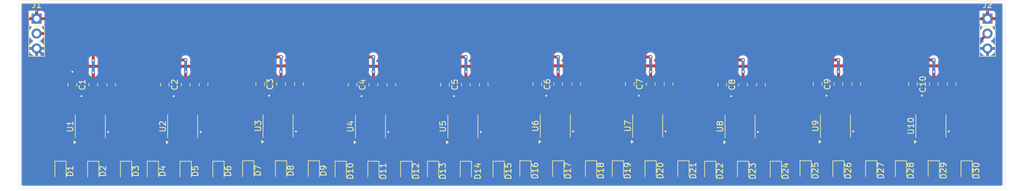
<source format=kicad_pcb>
(kicad_pcb (version 20240108) (generator "pcbnew") (generator_version "8.0")
  (layers (0 "F.Cu" signal) (31 "B.Cu" signal) (34 "B.Paste" user) (35 "F.Paste" user) (36 "B.SilkS" user "B.Silkscreen") (37 "F.SilkS" user "F.Silkscreen") (38 "B.Mask" user) (39 "F.Mask" user) (44 "Edge.Cuts" user))
  (net 0 "")
  (net 1 "/ws2811/DIN")
  (net 2 "/ws2811/DOUT")
  (net 3 "GND")
  (net 4 "VDD")
  (net 5 "Net-(U2-VDD)")
  (net 6 "Net-(D4-K)")
  (net 7 "Net-(D5-K)")
  (net 8 "Net-(D6-K)")
  (net 9 "Net-(U2-DIN)")
  (net 10 "/ws2812/DOUT")
  (net 12 "Net-(U1-VDD)")
  (net 13 "Net-(D1-K)")
  (net 14 "Net-(D2-K)")
  (net 15 "Net-(D3-K)")
  (net 16 "Net-(U1-DIN)")
  (net 18 "Net-(U3-VDD)")
  (net 19 "Net-(D7-K)")
  (net 20 "Net-(D8-K)")
  (net 21 "Net-(D9-K)")
  (net 22 "Net-(U3-DIN)")
  (net 24 "/ws2813/DOUT")
  (net 25 "Net-(U4-VDD)")
  (net 26 "Net-(U5-VDD)")
  (net 27 "Net-(D10-K)")
  (net 28 "Net-(D11-K)")
  (net 29 "Net-(D12-K)")
  (net 30 "Net-(D13-K)")
  (net 31 "Net-(D14-K)")
  (net 32 "Net-(D15-K)")
  (net 33 "Net-(U4-DIN)")
  (net 34 "Net-(U5-DIN)")
  (net 36 "/ws2814/DOUT")
  (net 38 "/ws2815/DOUT")
  (net 39 "Net-(U6-VDD)")
  (net 40 "Net-(U7-VDD)")
  (net 41 "Net-(U8-VDD)")
  (net 42 "Net-(D16-K)")
  (net 43 "Net-(D17-K)")
  (net 44 "Net-(D18-K)")
  (net 45 "Net-(D19-K)")
  (net 46 "Net-(D20-K)")
  (net 47 "Net-(D21-K)")
  (net 48 "Net-(D22-K)")
  (net 49 "Net-(D23-K)")
  (net 50 "Net-(D24-K)")
  (net 51 "Net-(U6-DIN)")
  (net 52 "Net-(U7-DIN)")
  (net 53 "Net-(U8-DIN)")
  (net 55 "/ws2816/DOUT")
  (net 57 "/ws2817/DOUT")
  (net 58 "/ws2818/DOUT")
  (net 60 "Net-(U9-VDD)")
  (net 61 "Net-(U10-VDD)")
  (net 62 "Net-(D25-K)")
  (net 63 "Net-(D26-K)")
  (net 64 "Net-(D27-K)")
  (net 65 "Net-(D28-K)")
  (net 66 "Net-(D29-K)")
  (net 67 "Net-(D30-K)")
  (net 68 "Net-(U9-DIN)")
  (net 69 "Net-(U10-DIN)")
  (net 71 "/ws2819/DOUT")
  (net 73 "/ws2820/DOUT")
  (footprint "Resistor_SMD:R_0805_2012Metric" (layer "F.Cu") (at 195.072 88.549 90)
    (property "Reference" "R16" (hide yes))
    (property "Value" "100R")
  )
  (footprint "LED_SMD:LED_0805_2012Metric" (layer "F.Cu") (at 123.444 103.281 -90)
    (property "Reference" "D10")
    (property "Value" "LED")
  )
  (footprint "Resistor_SMD:R_0805_2012Metric" (layer "F.Cu") (at 147.828 88.549 90)
    (property "Reference" "R10" (hide yes))
    (property "Value" "100R")
  )
  (footprint "LED_SMD:LED_0805_2012Metric" (layer "F.Cu") (at 129.032 103.281 -90)
    (property "Reference" "D11")
    (property "Value" "LED")
  )
  (footprint "Resistor_SMD:R_0805_2012Metric" (layer "F.Cu") (at 84.328 88.549 90)
    (property "Reference" "R2" (hide yes))
    (property "Value" "100R")
  )
  (footprint "Capacitor_SMD:C_0805_2012Metric" (layer "F.Cu") (at 109.728 88.4705 -90)
    (property "Reference" "C3")
    (property "Value" ".1uF")
  )
  (footprint "Resistor_SMD:R_0805_2012Metric" (layer "F.Cu") (at 176.276 88.4705 -90)
    (property "Reference" "R13" (hide yes))
    (property "Value" "33	R")
  )
  (footprint "LED_SMD:LED_0805_2012Metric" (layer "F.Cu") (at 154.94 103.2025 -90)
    (property "Reference" "D16")
    (property "Value" "LED")
  )
  (footprint "Capacitor_SMD:C_0805_2012Metric" (layer "F.Cu") (at 93.472 88.549 -90)
    (property "Reference" "C2")
    (property "Value" ".1uF")
  )
  (footprint "LED_SMD:LED_0805_2012Metric" (layer "F.Cu") (at 81.28 103.281 -90)
    (property "Reference" "D2")
    (property "Value" "LED")
  )
  (footprint "Package_SO:SOP-8_3.9x4.9mm_P1.27mm" (layer "F.Cu") (at 175.768 95.5825 90)
    (property "Reference" "U7")
    (property "Value" "WS2811")
  )
  (footprint "Resistor_SMD:R_0805_2012Metric" (layer "F.Cu") (at 208.28 88.4705 -90)
    (property "Reference" "R17" (hide yes))
    (property "Value" "33	R")
  )
  (footprint "LED_SMD:LED_0805_2012Metric" (layer "F.Cu") (at 181.864 103.2025 -90)
    (property "Reference" "D21")
    (property "Value" "LED")
  )
  (footprint "LED_SMD:LED_0805_2012Metric" (layer "F.Cu") (at 144.78 103.281 -90)
    (property "Reference" "D14")
    (property "Value" "LED")
  )
  (footprint "Resistor_SMD:R_0805_2012Metric" (layer "F.Cu") (at 192.024 88.549 -90)
    (property "Reference" "R15" (hide yes))
    (property "Value" "33	R")
  )
  (footprint "LED_SMD:LED_0805_2012Metric" (layer "F.Cu") (at 166.116 103.2025 -90)
    (property "Reference" "D18")
    (property "Value" "LED")
  )
  (footprint "LED_SMD:LED_0805_2012Metric" (layer "F.Cu") (at 118.872 103.2025 -90)
    (property "Reference" "D9")
    (property "Value" "LED")
  )
  (footprint "Resistor_SMD:R_0805_2012Metric" (layer "F.Cu") (at 97.028 88.549 -90)
    (property "Reference" "R3" (hide yes))
    (property "Value" "33	R")
  )
  (footprint "Connector_PinHeader_2.54mm:PinHeader_1x03_P2.54mm_Vertical" (layer "F.Cu") (at 71.628 77.2945)
    (property "Reference" "J1")
    (property "Value" "Conn_01x03_Pin")
  )
  (footprint "Resistor_SMD:R_0805_2012Metric" (layer "F.Cu") (at 113.284 88.4705 -90)
    (property "Reference" "R5" (hide yes))
    (property "Value" "33	R")
  )
  (footprint "Package_SO:SOP-8_3.9x4.9mm_P1.27mm" (layer "F.Cu") (at 80.772 95.661 90)
    (property "Reference" "U1")
    (property "Value" "WS2811")
  )
  (footprint "Package_SO:SOP-8_3.9x4.9mm_P1.27mm" (layer "F.Cu") (at 207.772 95.5825 90)
    (property "Reference" "U9")
    (property "Value" "WS2811")
  )
  (footprint "Resistor_SMD:R_0805_2012Metric" (layer "F.Cu") (at 160.528 88.4705 -90)
    (property "Reference" "R11" (hide yes))
    (property "Value" "33	R")
  )
  (footprint "LED_SMD:LED_0805_2012Metric" (layer "F.Cu") (at 160.528 103.2025 -90)
    (property "Reference" "D17")
    (property "Value" "LED")
  )
  (footprint "LED_SMD:LED_0805_2012Metric" (layer "F.Cu") (at 213.868 103.2025 -90)
    (property "Reference" "D27")
    (property "Value" "LED")
  )
  (footprint "Resistor_SMD:R_0805_2012Metric" (layer "F.Cu") (at 144.78 88.549 -90)
    (property "Reference" "R9" (hide yes))
    (property "Value" "33	R")
  )
  (footprint "LED_SMD:LED_0805_2012Metric" (layer "F.Cu") (at 86.868 103.281 -90)
    (property "Reference" "D3")
    (property "Value" "LED")
  )
  (footprint "LED_SMD:LED_0805_2012Metric" (layer "F.Cu") (at 202.692 103.2025 -90)
    (property "Reference" "D25")
    (property "Value" "LED")
  )
  (footprint "Resistor_SMD:R_0805_2012Metric" (layer "F.Cu") (at 100.076 88.549 90)
    (property "Reference" "R4" (hide yes))
    (property "Value" "100R")
  )
  (footprint "Resistor_SMD:R_0805_2012Metric" (layer "F.Cu") (at 81.28 88.549 -90)
    (property "Reference" "R1" (hide yes))
    (property "Value" "33	R")
  )
  (footprint "Package_SO:SOP-8_3.9x4.9mm_P1.27mm" (layer "F.Cu") (at 96.52 95.661 90)
    (property "Reference" "U2")
    (property "Value" "WS2811")
  )
  (footprint "Capacitor_SMD:C_0805_2012Metric" (layer "F.Cu") (at 156.972 88.4705 -90)
    (property "Reference" "C6")
    (property "Value" ".1uF")
  )
  (footprint "LED_SMD:LED_0805_2012Metric" (layer "F.Cu") (at 197.612 103.281 -90)
    (property "Reference" "D24")
    (property "Value" "LED")
  )
  (footprint "LED_SMD:LED_0805_2012Metric" (layer "F.Cu") (at 170.688 103.2025 -90)
    (property "Reference" "D19")
    (property "Value" "LED")
  )
  (footprint "LED_SMD:LED_0805_2012Metric" (layer "F.Cu") (at 75.692 103.281 -90)
    (property "Reference" "D1")
    (property "Value" "LED")
  )
  (footprint "LED_SMD:LED_0805_2012Metric" (layer "F.Cu") (at 107.696 103.2025 -90)
    (property "Reference" "D7")
    (property "Value" "LED")
  )
  (footprint "Resistor_SMD:R_0805_2012Metric" (layer "F.Cu") (at 224.536 88.4705 -90)
    (property "Reference" "R19" (hide yes))
    (property "Value" "33	R")
  )
  (footprint "LED_SMD:LED_0805_2012Metric" (layer "F.Cu") (at 192.024 103.281 -90)
    (property "Reference" "D23")
    (property "Value" "LED")
  )
  (footprint "Capacitor_SMD:C_0805_2012Metric" (layer "F.Cu") (at 141.224 88.549 -90)
    (property "Reference" "C5")
    (property "Value" ".1uF")
  )
  (footprint "Package_SO:SOP-8_3.9x4.9mm_P1.27mm" (layer "F.Cu") (at 144.272 95.661 90)
    (property "Reference" "U5")
    (property "Value" "WS2811")
  )
  (footprint "Resistor_SMD:R_0805_2012Metric" (layer "F.Cu") (at 129.032 88.549 -90)
    (property "Reference" "R7" (hide yes))
    (property "Value" "33	R")
  )
  (footprint "Package_SO:SOP-8_3.9x4.9mm_P1.27mm" (layer "F.Cu") (at 128.524 95.661 90)
    (property "Reference" "U4")
    (property "Value" "WS2811")
  )
  (footprint "Package_SO:SOP-8_3.9x4.9mm_P1.27mm" (layer "F.Cu") (at 224.028 95.5825 90)
    (property "Reference" "U10")
    (property "Value" "WS2811")
  )
  (footprint "LED_SMD:LED_0805_2012Metric" (layer "F.Cu") (at 230.124 103.2025 -90)
    (property "Reference" "D30")
    (property "Value" "LED")
  )
  (footprint "LED_SMD:LED_0805_2012Metric" (layer "F.Cu") (at 208.28 103.2025 -90)
    (property "Reference" "D26")
    (property "Value" "LED")
  )
  (footprint "Package_SO:SOP-8_3.9x4.9mm_P1.27mm" (layer "F.Cu") (at 112.776 95.5825 90)
    (property "Reference" "U3")
    (property "Value" "WS2811")
  )
  (footprint "LED_SMD:LED_0805_2012Metric" (layer "F.Cu") (at 134.62 103.281 -90)
    (property "Reference" "D12")
    (property "Value" "LED")
  )
  (footprint "Resistor_SMD:R_0805_2012Metric" (layer "F.Cu") (at 227.584 88.4705 90)
    (property "Reference" "R20" (hide yes))
    (property "Value" "100R")
  )
  (footprint "Capacitor_SMD:C_0805_2012Metric" (layer "F.Cu") (at 125.476 88.549 -90)
    (property "Reference" "C4")
    (property "Value" ".1uF")
  )
  (footprint "Resistor_SMD:R_0805_2012Metric" (layer "F.Cu") (at 211.328 88.4705 90)
    (property "Reference" "R18" (hide yes))
    (property "Value" "100R")
  )
  (footprint "Capacitor_SMD:C_0805_2012Metric" (layer "F.Cu") (at 77.724 88.549 -90)
    (property "Reference" "C1")
    (property "Value" ".1uF")
  )
  (footprint "Capacitor_SMD:C_0805_2012Metric" (layer "F.Cu") (at 204.724 88.4705 -90)
    (property "Reference" "C9")
    (property "Value" ".1uF")
  )
  (footprint "LED_SMD:LED_0805_2012Metric" (layer "F.Cu") (at 150.368 103.281 -90)
    (property "Reference" "D15")
    (property "Value" "LED")
  )
  (footprint "LED_SMD:LED_0805_2012Metric" (layer "F.Cu") (at 97.028 103.281 -90)
    (property "Reference" "D5")
    (property "Value" "LED")
  )
  (footprint "Resistor_SMD:R_0805_2012Metric" (layer "F.Cu") (at 163.576 88.4705 90)
    (property "Reference" "R12" (hide yes))
    (property "Value" "100R")
  )
  (footprint "Resistor_SMD:R_0805_2012Metric" (layer "F.Cu") (at 179.324 88.4705 90)
    (property "Reference" "R14" (hide yes))
    (property "Value" "100R")
  )
  (footprint "LED_SMD:LED_0805_2012Metric" (layer "F.Cu") (at 176.276 103.2025 -90)
    (property "Reference" "D20")
    (property "Value" "LED")
  )
  (footprint "LED_SMD:LED_0805_2012Metric" (layer "F.Cu") (at 102.616 103.281 -90)
    (property "Reference" "D6")
    (property "Value" "LED")
  )
  (footprint "LED_SMD:LED_0805_2012Metric" (layer "F.Cu") (at 218.948 103.2025 -90)
    (property "Reference" "D28")
    (property "Value" "LED")
  )
  (footprint "LED_SMD:LED_0805_2012Metric" (layer "F.Cu") (at 186.436 103.281 -90)
    (property "Reference" "D22")
    (property "Value" "LED")
  )
  (footprint "Capacitor_SMD:C_0805_2012Metric" (layer "F.Cu") (at 220.98 88.4705 -90)
    (property "Reference" "C10")
    (property "Value" ".1uF")
  )
  (footprint "Package_SO:SOP-8_3.9x4.9mm_P1.27mm" (layer "F.Cu") (at 191.516 95.661 90)
    (property "Reference" "U8")
    (property "Value" "WS2811")
  )
  (footprint "LED_SMD:LED_0805_2012Metric" (layer "F.Cu") (at 224.536 103.2025 -90)
    (property "Reference" "D29")
    (property "Value" "LED")
  )
  (footprint "LED_SMD:LED_0805_2012Metric" (layer "F.Cu") (at 91.44 103.281 -90)
    (property "Reference" "D4")
    (property "Value" "LED")
  )
  (footprint "Resistor_SMD:R_0805_2012Metric" (layer "F.Cu") (at 116.332 88.4705 90)
    (property "Reference" "R6" (hide yes))
    (property "Value" "100R")
  )
  (footprint "Capacitor_SMD:C_0805_2012Metric" (layer "F.Cu") (at 172.72 88.4705 -90)
    (property "Reference" "C7")
    (property "Value" ".1uF")
  )
  (footprint "Capacitor_SMD:C_0805_2012Metric" (layer "F.Cu") (at 188.468 88.549 -90)
    (property "Reference" "C8")
    (property "Value" ".1uF")
  )
  (footprint "Connector_PinHeader_2.54mm:PinHeader_1x03_P2.54mm_Vertical" (layer "F.Cu") (at 233.68 77.2945)
    (property "Reference" "J2")
    (property "Value" "Conn_01x03_Pin")
  )
  (footprint "Package_SO:SOP-8_3.9x4.9mm_P1.27mm" (layer "F.Cu") (at 160.02 95.5825 90)
    (property "Reference" "U6")
    (property "Value" "WS2811")
  )
  (footprint "LED_SMD:LED_0805_2012Metric" (layer "F.Cu") (at 139.192 103.281 -90)
    (property "Reference" "D13")
    (property "Value" "LED")
  )
  (footprint "LED_SMD:LED_0805_2012Metric" (layer "F.Cu") (at 113.284 103.2025 -90)
    (property "Reference" "D8")
    (property "Value" "LED")
  )
  (footprint "Resistor_SMD:R_0805_2012Metric" (layer "F.Cu") (at 132.08 88.549 90)
    (property "Reference" "R8" (hide yes))
    (property "Value" "100R")
  )
  (gr_rect (start 68.58 74.2465) (end 236.728 106.2505) (stroke (width 0.05)) (fill none) (layer "Edge.Cuts"))
  (segment (start 81.28 87.6365) (end 81.28 86.4385) (width 0.5) (layer "F.Cu") (net 1))
  (segment (start 71.628 79.8345) (end 74.168 79.8345) (width 0.5) (layer "F.Cu") (net 1))
  (segment (start 77.216 82.8825) (end 81.28 82.8825) (width 0.5) (layer "F.Cu") (net 1))
  (segment (start 81.28 82.8825) (end 81.28 84.4065) (width 0.5) (layer "F.Cu") (net 1))
  (segment (start 74.168 79.8345) (end 77.216 82.8825) (width 0.5) (layer "F.Cu") (net 1))
  (via (at 81.28 86.4385) (size 0.6) (drill 0.3) (layers "F.Cu" "B.Cu") (net 1))
  (via (at 81.28 84.4065) (size 0.6) (drill 0.3) (layers "F.Cu" "B.Cu") (net 1))
  (segment (start 81.28 86.4385) (end 81.28 84.4065) (width 0.5) (layer "B.Cu") (net 1))
  (segment (start 83.257 92.456) (end 87.884 92.456) (width 0.5) (layer "F.Cu") (net 2))
  (segment (start 87.884 87.376) (end 88.392 86.868) (width 0.5) (layer "F.Cu") (net 2))
  (segment (start 90.932 84.328) (end 97.028 84.328) (width 0.5) (layer "F.Cu") (net 2))
  (segment (start 97.028 86.36) (end 97.028 87.6365) (width 0.5) (layer "F.Cu") (net 2))
  (segment (start 88.392 86.868) (end 90.932 84.328) (width 0.5) (layer "F.Cu") (net 2))
  (segment (start 82.677 93.036) (end 83.257 92.456) (width 0.5) (layer "F.Cu") (net 2))
  (segment (start 87.884 92.456) (end 87.884 87.376) (width 0.5) (layer "F.Cu") (net 2))
  (via (at 97.028 84.328) (size 0.6) (drill 0.3) (layers "F.Cu" "B.Cu") (net 2))
  (via (at 97.028 86.36) (size 0.6) (drill 0.3) (layers "F.Cu" "B.Cu") (net 2))
  (segment (start 97.028 84.328) (end 97.028 86.36) (width 0.5) (layer "B.Cu") (net 2))
  (segment (start 205.8845 87.5205) (end 206.248 87.884) (width 0.5) (layer "F.Cu") (net 3))
  (segment (start 177.673 98.2075) (end 178.816004 97.064496) (width 0.5) (layer "F.Cu") (net 3))
  (segment (start 83.820004 97.142996) (end 83.820004 96.5985) (width 0.5) (layer "F.Cu") (net 3))
  (segment (start 225.933 98.2075) (end 227.076004 97.064496) (width 0.5) (layer "F.Cu") (net 3))
  (segment (start 114.681 98.2075) (end 115.824004 97.064496) (width 0.5) (layer "F.Cu") (net 3))
  (segment (start 158.1325 87.5205) (end 158.496 87.884) (width 0.5) (layer "F.Cu") (net 3))
  (segment (start 127 87.9625) (end 127 90.5025) (width 0.5) (layer "F.Cu") (net 3))
  (segment (start 131.572004 97.142996) (end 131.572004 96.5985) (width 0.5) (layer "F.Cu") (net 3))
  (segment (start 163.068004 97.064496) (end 163.068004 96.52) (width 0.5) (layer "F.Cu") (net 3))
  (segment (start 99.568004 97.142996) (end 99.568004 96.5985) (width 0.5) (layer "F.Cu") (net 3))
  (segment (start 209.677 98.2075) (end 210.820004 97.064496) (width 0.5) (layer "F.Cu") (net 3))
  (segment (start 172.72 87.5205) (end 173.8805 87.5205) (width 0.5) (layer "F.Cu") (net 3))
  (segment (start 173.8805 87.5205) (end 174.244 87.884) (width 0.5) (layer "F.Cu") (net 3))
  (segment (start 146.177 98.286) (end 147.320004 97.142996) (width 0.5) (layer "F.Cu") (net 3))
  (segment (start 125.476 87.599) (end 126.6365 87.599) (width 0.5) (layer "F.Cu") (net 3))
  (segment (start 93.472 87.599) (end 94.6325 87.599) (width 0.5) (layer "F.Cu") (net 3))
  (segment (start 189.992 87.9625) (end 189.992 90.5025) (width 0.5) (layer "F.Cu") (net 3))
  (segment (start 109.728 87.5205) (end 110.8885 87.5205) (width 0.5) (layer "F.Cu") (net 3))
  (segment (start 94.6325 87.599) (end 94.996 87.9625) (width 0.5) (layer "F.Cu") (net 3))
  (segment (start 210.820004 97.064496) (end 210.820004 96.52) (width 0.5) (layer "F.Cu") (net 3))
  (segment (start 189.6285 87.599) (end 189.992 87.9625) (width 0.5) (layer "F.Cu") (net 3))
  (segment (start 227.076004 97.064496) (end 227.076004 96.52) (width 0.5) (layer "F.Cu") (net 3))
  (segment (start 130.429 98.286) (end 131.572004 97.142996) (width 0.5) (layer "F.Cu") (net 3))
  (segment (start 77.724 87.599) (end 77.724 86.36) (width 0.5) (layer "F.Cu") (net 3))
  (segment (start 142.3845 87.599) (end 142.748 87.9625) (width 0.5) (layer "F.Cu") (net 3))
  (segment (start 77.724 87.599) (end 78.8845 87.599) (width 0.5) (layer "F.Cu") (net 3))
  (segment (start 98.425 98.286) (end 99.568004 97.142996) (width 0.5) (layer "F.Cu") (net 3))
  (segment (start 222.1405 87.5205) (end 222.504 87.884) (width 0.5) (layer "F.Cu") (net 3))
  (segment (start 94.996 87.9625) (end 94.996 90.5025) (width 0.5) (layer "F.Cu") (net 3))
  (segment (start 220.98 87.5205) (end 222.1405 87.5205) (width 0.5) (layer "F.Cu") (net 3))
  (segment (start 111.252 87.884) (end 111.252 90.424) (width 0.5) (layer "F.Cu") (net 3))
  (segment (start 115.824004 97.064496) (end 115.824004 96.52) (width 0.5) (layer "F.Cu") (net 3))
  (segment (start 222.504 87.884) (end 222.504 90.424) (width 0.5) (layer "F.Cu") (net 3))
  (segment (start 78.8845 87.599) (end 79.248 87.9625) (width 0.5) (layer "F.Cu") (net 3))
  (segment (start 178.816004 97.064496) (end 178.816004 96.52) (width 0.5) (layer "F.Cu") (net 3))
  (segment (start 204.724 87.5205) (end 205.8845 87.5205) (width 0.5) (layer "F.Cu") (net 3))
  (segment (start 193.421 98.286) (end 194.564004 97.142996) (width 0.5) (layer "F.Cu") (net 3))
  (segment (start 156.972 87.5205) (end 158.1325 87.5205) (width 0.5) (layer "F.Cu") (net 3))
  (segment (start 158.496 87.884) (end 158.496 90.424) (width 0.5) (layer "F.Cu") (net 3))
  (segment (start 126.6365 87.599) (end 127 87.9625) (width 0.5) (layer "F.Cu") (net 3))
  (segment (start 206.248 87.884) (end 206.248 90.424) (width 0.5) (layer "F.Cu") (net 3))
  (segment (start 188.468 87.599) (end 189.6285 87.599) (width 0.5) (layer "F.Cu") (net 3))
  (segment (start 141.224 87.599) (end 142.3845 87.599) (width 0.5) (layer "F.Cu") (net 3))
  (segment (start 147.320004 97.142996) (end 147.320004 96.5985) (width 0.5) (layer "F.Cu") (net 3))
  (segment (start 194.564004 97.142996) (end 194.564004 96.5985) (width 0.5) (layer "F.Cu") (net 3))
  (segment (start 161.925 98.2075) (end 163.068004 97.064496) (width 0.5) (layer "F.Cu") (net 3))
  (segment (start 174.244 87.884) (end 174.244 90.424) (width 0.5) (layer "F.Cu") (net 3))
  (segment (start 82.677 98.286) (end 83.820004 97.142996) (width 0.5) (layer "F.Cu") (net 3))
  (segment (start 79.248 87.9625) (end 79.248 90.5025) (width 0.5) (layer "F.Cu") (net 3))
  (segment (start 142.748 87.9625) (end 142.748 90.5025) (width 0.5) (layer "F.Cu") (net 3))
  (segment (start 110.8885 87.5205) (end 111.252 87.884) (width 0.5) (layer "F.Cu") (net 3))
  (via (at 178.816004 96.52) (size 0.6) (drill 0.3) (layers "F.Cu" "B.Cu") (net 3))
  (via (at 142.748 90.5025) (size 0.6) (drill 0.3) (layers "F.Cu" "B.Cu") (net 3))
  (via (at 115.824004 96.52) (size 0.6) (drill 0.3) (layers "F.Cu" "B.Cu") (net 3))
  (via (at 127 90.5025) (size 0.6) (drill 0.3) (layers "F.Cu" "B.Cu") (net 3))
  (via (at 131.572004 96.5985) (size 0.6) (drill 0.3) (layers "F.Cu" "B.Cu") (net 3))
  (via (at 111.252 90.424) (size 0.6) (drill 0.3) (layers "F.Cu" "B.Cu") (net 3))
  (via (at 158.496 90.424) (size 0.6) (drill 0.3) (layers "F.Cu" "B.Cu") (net 3))
  (via (at 174.244 90.424) (size 0.6) (drill 0.3) (layers "F.Cu" "B.Cu") (net 3))
  (via (at 147.320004 96.5985) (size 0.6) (drill 0.3) (layers "F.Cu" "B.Cu") (net 3))
  (via (at 194.564004 96.5985) (size 0.6) (drill 0.3) (layers "F.Cu" "B.Cu") (net 3))
  (via (at 94.996 90.5025) (size 0.6) (drill 0.3) (layers "F.Cu" "B.Cu") (net 3))
  (via (at 222.504 90.424) (size 0.6) (drill 0.3) (layers "F.Cu" "B.Cu") (net 3))
  (via (at 99.568004 96.5985) (size 0.6) (drill 0.3) (layers "F.Cu" "B.Cu") (net 3))
  (via (at 189.992 90.5025) (size 0.6) (drill 0.3) (layers "F.Cu" "B.Cu") (net 3))
  (via (at 79.248 90.5025) (size 0.6) (drill 0.3) (layers "F.Cu" "B.Cu") (net 3))
  (via (at 77.724 86.36) (size 0.6) (drill 0.3) (layers "F.Cu" "B.Cu") (net 3))
  (via (at 163.068004 96.52) (size 0.6) (drill 0.3) (layers "F.Cu" "B.Cu") (net 3))
  (via (at 210.820004 96.52) (size 0.6) (drill 0.3) (layers "F.Cu" "B.Cu") (net 3))
  (via (at 227.076004 96.52) (size 0.6) (drill 0.3) (layers "F.Cu" "B.Cu") (net 3))
  (via (at 206.248 90.424) (size 0.6) (drill 0.3) (layers "F.Cu" "B.Cu") (net 3))
  (via (at 83.820004 96.5985) (size 0.6) (drill 0.3) (layers "F.Cu" "B.Cu") (net 3))
  (segment (start 79.248 91.5185) (end 83.820004 96.090504) (width 0.5) (layer "B.Cu") (net 3))
  (segment (start 142.748 91.5185) (end 147.320004 96.090504) (width 0.5) (layer "B.Cu") (net 3))
  (segment (start 83.820004 96.090504) (end 83.820004 96.5985) (width 0.5) (layer "B.Cu") (net 3))
  (segment (start 158.496 91.44) (end 163.068004 96.012004) (width 0.5) (layer "B.Cu") (net 3))
  (segment (start 99.568004 96.090504) (end 99.568004 96.5985) (width 0.5) (layer "B.Cu") (net 3))
  (segment (start 115.824004 96.012004) (end 115.824004 96.52) (width 0.5) (layer "B.Cu") (net 3))
  (segment (start 77.724 86.36) (end 73.152 86.36) (width 0.5) (layer "B.Cu") (net 3))
  (segment (start 206.248 91.44) (end 210.820004 96.012004) (width 0.5) (layer "B.Cu") (net 3))
  (segment (start 131.572004 96.090504) (end 131.572004 96.5985) (width 0.5) (layer "B.Cu") (net 3))
  (segment (start 210.820004 96.012004) (end 210.820004 96.52) (width 0.5) (layer "B.Cu") (net 3))
  (segment (start 72.644 85.852) (end 72.644 83.3905) (width 0.5) (layer "B.Cu") (net 3))
  (segment (start 189.992 90.5025) (end 189.992 91.5185) (width 0.5) (layer "B.Cu") (net 3))
  (segment (start 178.816004 96.012004) (end 178.816004 96.52) (width 0.5) (layer "B.Cu") (net 3))
  (segment (start 94.996 91.5185) (end 99.568004 96.090504) (width 0.5) (layer "B.Cu") (net 3))
  (segment (start 222.504 91.44) (end 227.076004 96.012004) (width 0.5) (layer "B.Cu") (net 3))
  (segment (start 127 91.5185) (end 131.572004 96.090504) (width 0.5) (layer "B.Cu") (net 3))
  (segment (start 206.248 90.424) (end 206.248 91.44) (width 0.5) (layer "B.Cu") (net 3))
  (segment (start 127 90.5025) (end 127 91.5185) (width 0.5) (layer "B.Cu") (net 3))
  (segment (start 79.248 90.5025) (end 79.248 91.5185) (width 0.5) (layer "B.Cu") (net 3))
  (segment (start 174.244 90.424) (end 174.244 91.44) (width 0.5) (layer "B.Cu") (net 3))
  (segment (start 158.496 90.424) (end 158.496 91.44) (width 0.5) (layer "B.Cu") (net 3))
  (segment (start 147.320004 96.090504) (end 147.320004 96.5985) (width 0.5) (layer "B.Cu") (net 3))
  (segment (start 189.992 91.5185) (end 194.564004 96.090504) (width 0.5) (layer "B.Cu") (net 3))
  (segment (start 194.564004 96.090504) (end 194.564004 96.5985) (width 0.5) (layer "B.Cu") (net 3))
  (segment (start 163.068004 96.012004) (end 163.068004 96.52) (width 0.5) (layer "B.Cu") (net 3))
  (segment (start 227.076004 96.012004) (end 227.076004 96.52) (width 0.5) (layer "B.Cu") (net 3))
  (segment (start 222.504 90.424) (end 222.504 91.44) (width 0.5) (layer "B.Cu") (net 3))
  (segment (start 72.644 83.3905) (end 71.628 82.3745) (width 0.5) (layer "B.Cu") (net 3))
  (segment (start 174.244 91.44) (end 178.816004 96.012004) (width 0.5) (layer "B.Cu") (net 3))
  (segment (start 111.252 91.44) (end 115.824004 96.012004) (width 0.5) (layer "B.Cu") (net 3))
  (segment (start 111.252 90.424) (end 111.252 91.44) (width 0.5) (layer "B.Cu") (net 3))
  (segment (start 73.152 86.36) (end 72.644 85.852) (width 0.5) (layer "B.Cu") (net 3))
  (segment (start 94.996 90.5025) (end 94.996 91.5185) (width 0.5) (layer "B.Cu") (net 3))
  (segment (start 142.748 90.5025) (end 142.748 91.5185) (width 0.5) (layer "B.Cu") (net 3))
  (segment (start 97.862 85.4225) (end 92.456 85.4225) (width 0.5) (layer "F.Cu") (net 5))
  (segment (start 94.615 93.036) (end 93.472 91.893) (width 0.5) (layer "F.Cu") (net 5))
  (segment (start 90.932 88.4705) (end 91.9605 89.499) (width 0.5) (layer "F.Cu") (net 5))
  (segment (start 100.076 87.6365) (end 97.862 85.4225) (width 0.5) (layer "F.Cu") (net 5))
  (segment (start 92.456 85.4225) (end 90.932 86.9465) (width 0.5) (layer "F.Cu") (net 5))
  (segment (start 90.932 86.9465) (end 90.932 88.4705) (width 0.5) (layer "F.Cu") (net 5))
  (segment (start 93.472 91.893) (end 93.472 89.499) (width 0.5) (layer "F.Cu") (net 5))
  (segment (start 91.9605 89.499) (end 93.472 89.499) (width 0.5) (layer "F.Cu") (net 5))
  (segment (start 91.44 102.3435) (end 94.615 99.1685) (width 0.5) (layer "F.Cu") (net 6))
  (segment (start 94.615 99.1685) (end 94.615 98.286) (width 0.5) (layer "F.Cu") (net 6))
  (segment (start 97.028 102.3435) (end 95.885 101.2005) (width 0.5) (layer "F.Cu") (net 7))
  (segment (start 95.885 101.2005) (end 95.885 98.286) (width 0.5) (layer "F.Cu") (net 7))
  (segment (start 102.616 102.3435) (end 100.387501 102.3435) (width 0.5) (layer "F.Cu") (net 8))
  (segment (start 100.387501 102.3435) (end 97.155 99.110999) (width 0.5) (layer "F.Cu") (net 8))
  (segment (start 97.155 99.110999) (end 97.155 98.286) (width 0.5) (layer "F.Cu") (net 8))
  (segment (start 97.028 89.4615) (end 97.028 92.909) (width 0.5) (layer "F.Cu") (net 9))
  (segment (start 97.028 92.909) (end 97.155 93.036) (width 0.5) (layer "F.Cu") (net 9))
  (segment (start 99.005 92.456) (end 103.632 92.456) (width 0.5) (layer "F.Cu") (net 10))
  (segment (start 103.632 88.392) (end 107.696 84.328) (width 0.5) (layer "F.Cu") (net 10))
  (segment (start 113.284 86.36) (end 113.284 87.558) (width 0.5) (layer "F.Cu") (net 10))
  (segment (start 103.632 92.456) (end 103.632 88.392) (width 0.5) (layer "F.Cu") (net 10))
  (segment (start 108.204 83.82) (end 113.284 83.82) (width 0.5) (layer "F.Cu") (net 10))
  (segment (start 107.696 84.328) (end 108.204 83.82) (width 0.5) (layer "F.Cu") (net 10))
  (segment (start 98.425 93.036) (end 99.005 92.456) (width 0.5) (layer "F.Cu") (net 10))
  (via (at 113.284 83.82) (size 0.6) (drill 0.3) (layers "F.Cu" "B.Cu") (net 10))
  (via (at 113.284 86.36) (size 0.6) (drill 0.3) (layers "F.Cu" "B.Cu") (net 10))
  (segment (start 113.284 83.82) (end 113.284 86.36) (width 0.5) (layer "B.Cu") (net 10))
  (segment (start 84.328 87.6365) (end 82.114 85.4225) (width 0.5) (layer "F.Cu") (net 12))
  (segment (start 78.867 93.036) (end 77.724 91.893) (width 0.5) (layer "F.Cu") (net 12))
  (segment (start 76.2125 89.499) (end 77.724 89.499) (width 0.5) (layer "F.Cu") (net 12))
  (segment (start 77.724 91.893) (end 77.724 89.499) (width 0.5) (layer "F.Cu") (net 12))
  (segment (start 75.184 88.4705) (end 76.2125 89.499) (width 0.5) (layer "F.Cu") (net 12))
  (segment (start 76.708 85.4225) (end 75.184 86.9465) (width 0.5) (layer "F.Cu") (net 12))
  (segment (start 75.184 86.9465) (end 75.184 88.4705) (width 0.5) (layer "F.Cu") (net 12))
  (segment (start 82.114 85.4225) (end 76.708 85.4225) (width 0.5) (layer "F.Cu") (net 12))
  (segment (start 78.867 99.1685) (end 78.867 98.286) (width 0.5) (layer "F.Cu") (net 13))
  (segment (start 75.692 102.3435) (end 78.867 99.1685) (width 0.5) (layer "F.Cu") (net 13))
  (segment (start 81.28 102.3435) (end 80.137 101.2005) (width 0.5) (layer "F.Cu") (net 14))
  (segment (start 80.137 101.2005) (end 80.137 98.286) (width 0.5) (layer "F.Cu") (net 14))
  (segment (start 86.868 102.3435) (end 84.639501 102.3435) (width 0.5) (layer "F.Cu") (net 15))
  (segment (start 84.639501 102.3435) (end 81.407 99.110999) (width 0.5) (layer "F.Cu") (net 15))
  (segment (start 81.407 99.110999) (end 81.407 98.286) (width 0.5) (layer "F.Cu") (net 15))
  (segment (start 81.28 92.909) (end 81.407 93.036) (width 0.5) (layer "F.Cu") (net 16))
  (segment (start 81.28 89.4615) (end 81.28 92.909) (width 0.5) (layer "F.Cu") (net 16))
  (segment (start 107.188 88.392) (end 108.2165 89.4205) (width 0.5) (layer "F.Cu") (net 18))
  (segment (start 108.2165 89.4205) (end 109.728 89.4205) (width 0.5) (layer "F.Cu") (net 18))
  (segment (start 108.712 85.344) (end 107.188 86.868) (width 0.5) (layer "F.Cu") (net 18))
  (segment (start 116.332 87.558) (end 114.118 85.344) (width 0.5) (layer "F.Cu") (net 18))
  (segment (start 109.728 91.8145) (end 109.728 89.4205) (width 0.5) (layer "F.Cu") (net 18))
  (segment (start 107.188 86.868) (end 107.188 88.392) (width 0.5) (layer "F.Cu") (net 18))
  (segment (start 110.871 92.9575) (end 109.728 91.8145) (width 0.5) (layer "F.Cu") (net 18))
  (segment (start 114.118 85.344) (end 108.712 85.344) (width 0.5) (layer "F.Cu") (net 18))
  (segment (start 110.871 99.09) (end 110.871 98.2075) (width 0.5) (layer "F.Cu") (net 19))
  (segment (start 107.696 102.265) (end 110.871 99.09) (width 0.5) (layer "F.Cu") (net 19))
  (segment (start 113.284 102.265) (end 112.141 101.122) (width 0.5) (layer "F.Cu") (net 20))
  (segment (start 112.141 101.122) (end 112.141 98.2075) (width 0.5) (layer "F.Cu") (net 20))
  (segment (start 118.872 102.265) (end 116.643501 102.265) (width 0.5) (layer "F.Cu") (net 21))
  (segment (start 113.411 99.032499) (end 113.411 98.2075) (width 0.5) (layer "F.Cu") (net 21))
  (segment (start 116.643501 102.265) (end 113.411 99.032499) (width 0.5) (layer "F.Cu") (net 21))
  (segment (start 113.284 89.383) (end 113.284 92.8305) (width 0.5) (layer "F.Cu") (net 22))
  (segment (start 113.284 92.8305) (end 113.411 92.9575) (width 0.5) (layer "F.Cu") (net 22))
  (segment (start 119.888 91.948) (end 119.888 88.392) (width 0.5) (layer "F.Cu") (net 24))
  (segment (start 124.46 83.82) (end 129.032 83.82) (width 0.5) (layer "F.Cu") (net 24))
  (segment (start 123.952 84.328) (end 124.46 83.82) (width 0.5) (layer "F.Cu") (net 24))
  (segment (start 114.681 92.9575) (end 115.6905 91.948) (width 0.5) (layer "F.Cu") (net 24))
  (segment (start 119.888 88.392) (end 123.952 84.328) (width 0.5) (layer "F.Cu") (net 24))
  (segment (start 115.6905 91.948) (end 119.888 91.948) (width 0.5) (layer "F.Cu") (net 24))
  (segment (start 129.032 86.36) (end 129.032 87.6365) (width 0.5) (layer "F.Cu") (net 24))
  (via (at 129.032 86.36) (size 0.6) (drill 0.3) (layers "F.Cu" "B.Cu") (net 24))
  (via (at 129.032 83.82) (size 0.6) (drill 0.3) (layers "F.Cu" "B.Cu") (net 24))
  (segment (start 129.032 83.82) (end 129.032 86.36) (width 0.5) (layer "B.Cu") (net 24))
  (segment (start 122.936 86.9465) (end 122.936 88.4705) (width 0.5) (layer "F.Cu") (net 25))
  (segment (start 123.9645 89.499) (end 125.476 89.499) (width 0.5) (layer "F.Cu") (net 25))
  (segment (start 124.46 85.4225) (end 122.936 86.9465) (width 0.5) (layer "F.Cu") (net 25))
  (segment (start 122.936 88.4705) (end 123.9645 89.499) (width 0.5) (layer "F.Cu") (net 25))
  (segment (start 125.476 91.893) (end 125.476 89.499) (width 0.5) (layer "F.Cu") (net 25))
  (segment (start 126.619 93.036) (end 125.476 91.893) (width 0.5) (layer "F.Cu") (net 25))
  (segment (start 129.866 85.4225) (end 124.46 85.4225) (width 0.5) (layer "F.Cu") (net 25))
  (segment (start 132.08 87.6365) (end 129.866 85.4225) (width 0.5) (layer "F.Cu") (net 25))
  (segment (start 138.684 86.9465) (end 138.684 88.4705) (width 0.5) (layer "F.Cu") (net 26))
  (segment (start 138.684 88.4705) (end 139.7125 89.499) (width 0.5) (layer "F.Cu") (net 26))
  (segment (start 139.7125 89.499) (end 141.224 89.499) (width 0.5) (layer "F.Cu") (net 26))
  (segment (start 141.224 91.893) (end 141.224 89.499) (width 0.5) (layer "F.Cu") (net 26))
  (segment (start 140.208 85.4225) (end 138.684 86.9465) (width 0.5) (layer "F.Cu") (net 26))
  (segment (start 145.614 85.4225) (end 140.208 85.4225) (width 0.5) (layer "F.Cu") (net 26))
  (segment (start 147.828 87.6365) (end 145.614 85.4225) (width 0.5) (layer "F.Cu") (net 26))
  (segment (start 142.367 93.036) (end 141.224 91.893) (width 0.5) (layer "F.Cu") (net 26))
  (segment (start 126.619 99.1685) (end 126.619 98.286) (width 0.5) (layer "F.Cu") (net 27))
  (segment (start 123.444 102.3435) (end 126.619 99.1685) (width 0.5) (layer "F.Cu") (net 27))
  (segment (start 129.032 102.3435) (end 127.889 101.2005) (width 0.5) (layer "F.Cu") (net 28))
  (segment (start 127.889 101.2005) (end 127.889 98.286) (width 0.5) (layer "F.Cu") (net 28))
  (segment (start 132.391501 102.3435) (end 129.159 99.110999) (width 0.5) (layer "F.Cu") (net 29))
  (segment (start 129.159 99.110999) (end 129.159 98.286) (width 0.5) (layer "F.Cu") (net 29))
  (segment (start 134.62 102.3435) (end 132.391501 102.3435) (width 0.5) (layer "F.Cu") (net 29))
  (segment (start 139.192 102.3435) (end 142.367 99.1685) (width 0.5) (layer "F.Cu") (net 30))
  (segment (start 142.367 99.1685) (end 142.367 98.286) (width 0.5) (layer "F.Cu") (net 30))
  (segment (start 143.637 101.2005) (end 143.637 98.286) (width 0.5) (layer "F.Cu") (net 31))
  (segment (start 144.78 102.3435) (end 143.637 101.2005) (width 0.5) (layer "F.Cu") (net 31))
  (segment (start 144.907 99.110999) (end 144.907 98.286) (width 0.5) (layer "F.Cu") (net 32))
  (segment (start 150.368 102.3435) (end 148.139501 102.3435) (width 0.5) (layer "F.Cu") (net 32))
  (segment (start 148.139501 102.3435) (end 144.907 99.110999) (width 0.5) (layer "F.Cu") (net 32))
  (segment (start 129.032 89.4615) (end 129.032 92.909) (width 0.5) (layer "F.Cu") (net 33))
  (segment (start 129.032 92.909) (end 129.159 93.036) (width 0.5) (layer "F.Cu") (net 33))
  (segment (start 144.78 92.909) (end 144.907 93.036) (width 0.5) (layer "F.Cu") (net 34))
  (segment (start 144.78 89.4615) (end 144.78 92.909) (width 0.5) (layer "F.Cu") (net 34))
  (segment (start 130.429 93.036) (end 131.009 92.456) (width 0.5) (layer "F.Cu") (net 36))
  (segment (start 131.009 92.456) (end 135.636 92.456) (width 0.5) (layer "F.Cu") (net 36))
  (segment (start 144.78 86.36) (end 144.78 87.6365) (width 0.5) (layer "F.Cu") (net 36))
  (segment (start 140.208 83.82) (end 144.78 83.82) (width 0.5) (layer "F.Cu") (net 36))
  (segment (start 135.636 92.456) (end 135.636 88.392) (width 0.5) (layer "F.Cu") (net 36))
  (segment (start 135.636 88.392) (end 140.208 83.82) (width 0.5) (layer "F.Cu") (net 36))
  (via (at 144.78 83.82) (size 0.6) (drill 0.3) (layers "F.Cu" "B.Cu") (net 36))
  (via (at 144.78 86.36) (size 0.6) (drill 0.3) (layers "F.Cu" "B.Cu") (net 36))
  (segment (start 144.78 83.82) (end 144.78 86.36) (width 0.5) (layer "B.Cu") (net 36))
  (segment (start 146.177 93.036) (end 147.265 91.948) (width 0.5) (layer "F.Cu") (net 38))
  (segment (start 151.384 91.948) (end 151.384 87.884) (width 0.5) (layer "F.Cu") (net 38))
  (segment (start 151.384 87.884) (end 155.448 83.82) (width 0.5) (layer "F.Cu") (net 38))
  (segment (start 147.265 91.948) (end 151.384 91.948) (width 0.5) (layer "F.Cu") (net 38))
  (segment (start 155.448 83.82) (end 160.528 83.82) (width 0.5) (layer "F.Cu") (net 38))
  (segment (start 160.528 86.36) (end 160.528 87.558) (width 0.5) (layer "F.Cu") (net 38))
  (via (at 160.528 86.36) (size 0.6) (drill 0.3) (layers "F.Cu" "B.Cu") (net 38))
  (via (at 160.528 83.82) (size 0.6) (drill 0.3) (layers "F.Cu" "B.Cu") (net 38))
  (segment (start 160.528 83.82) (end 160.528 86.36) (width 0.5) (layer "B.Cu") (net 38))
  (segment (start 158.115 92.9575) (end 156.972 91.8145) (width 0.5) (layer "F.Cu") (net 39))
  (segment (start 154.432 86.868) (end 154.432 88.392) (width 0.5) (layer "F.Cu") (net 39))
  (segment (start 155.4605 89.4205) (end 156.972 89.4205) (width 0.5) (layer "F.Cu") (net 39))
  (segment (start 161.362 85.344) (end 155.956 85.344) (width 0.5) (layer "F.Cu") (net 39))
  (segment (start 156.972 91.8145) (end 156.972 89.4205) (width 0.5) (layer "F.Cu") (net 39))
  (segment (start 155.956 85.344) (end 154.432 86.868) (width 0.5) (layer "F.Cu") (net 39))
  (segment (start 154.432 88.392) (end 155.4605 89.4205) (width 0.5) (layer "F.Cu") (net 39))
  (segment (start 163.576 87.558) (end 161.362 85.344) (width 0.5) (layer "F.Cu") (net 39))
  (segment (start 172.72 91.8145) (end 172.72 89.4205) (width 0.5) (layer "F.Cu") (net 40))
  (segment (start 170.18 88.392) (end 171.2085 89.4205) (width 0.5) (layer "F.Cu") (net 40))
  (segment (start 170.18 86.868) (end 170.18 88.392) (width 0.5) (layer "F.Cu") (net 40))
  (segment (start 171.704 85.344) (end 170.18 86.868) (width 0.5) (layer "F.Cu") (net 40))
  (segment (start 179.324 87.558) (end 177.11 85.344) (width 0.5) (layer "F.Cu") (net 40))
  (segment (start 177.11 85.344) (end 171.704 85.344) (width 0.5) (layer "F.Cu") (net 40))
  (segment (start 171.2085 89.4205) (end 172.72 89.4205) (width 0.5) (layer "F.Cu") (net 40))
  (segment (start 173.863 92.9575) (end 172.72 91.8145) (width 0.5) (layer "F.Cu") (net 40))
  (segment (start 189.611 93.036) (end 188.468 91.893) (width 0.5) (layer "F.Cu") (net 41))
  (segment (start 185.928 86.9465) (end 185.928 88.4705) (width 0.5) (layer "F.Cu") (net 41))
  (segment (start 195.072 87.6365) (end 192.858 85.4225) (width 0.5) (layer "F.Cu") (net 41))
  (segment (start 186.9565 89.499) (end 188.468 89.499) (width 0.5) (layer "F.Cu") (net 41))
  (segment (start 185.928 88.4705) (end 186.9565 89.499) (width 0.5) (layer "F.Cu") (net 41))
  (segment (start 192.858 85.4225) (end 187.452 85.4225) (width 0.5) (layer "F.Cu") (net 41))
  (segment (start 187.452 85.4225) (end 185.928 86.9465) (width 0.5) (layer "F.Cu") (net 41))
  (segment (start 188.468 91.893) (end 188.468 89.499) (width 0.5) (layer "F.Cu") (net 41))
  (segment (start 158.115 99.09) (end 158.115 98.2075) (width 0.5) (layer "F.Cu") (net 42))
  (segment (start 154.94 102.265) (end 158.115 99.09) (width 0.5) (layer "F.Cu") (net 42))
  (segment (start 159.385 101.122) (end 159.385 98.2075) (width 0.5) (layer "F.Cu") (net 43))
  (segment (start 160.528 102.265) (end 159.385 101.122) (width 0.5) (layer "F.Cu") (net 43))
  (segment (start 166.116 102.265) (end 163.887501 102.265) (width 0.5) (layer "F.Cu") (net 44))
  (segment (start 160.655 99.032499) (end 160.655 98.2075) (width 0.5) (layer "F.Cu") (net 44))
  (segment (start 163.887501 102.265) (end 160.655 99.032499) (width 0.5) (layer "F.Cu") (net 44))
  (segment (start 173.863 99.09) (end 173.863 98.2075) (width 0.5) (layer "F.Cu") (net 45))
  (segment (start 170.688 102.265) (end 173.863 99.09) (width 0.5) (layer "F.Cu") (net 45))
  (segment (start 176.276 102.265) (end 175.133 101.122) (width 0.5) (layer "F.Cu") (net 46))
  (segment (start 175.133 101.122) (end 175.133 98.2075) (width 0.5) (layer "F.Cu") (net 46))
  (segment (start 176.403 99.032499) (end 176.403 98.2075) (width 0.5) (layer "F.Cu") (net 47))
  (segment (start 181.864 102.265) (end 179.635501 102.265) (width 0.5) (layer "F.Cu") (net 47))
  (segment (start 179.635501 102.265) (end 176.403 99.032499) (width 0.5) (layer "F.Cu") (net 47))
  (segment (start 186.436 102.3435) (end 189.611 99.1685) (width 0.5) (layer "F.Cu") (net 48))
  (segment (start 189.611 99.1685) (end 189.611 98.286) (width 0.5) (layer "F.Cu") (net 48))
  (segment (start 190.881 101.2005) (end 190.881 98.286) (width 0.5) (layer "F.Cu") (net 49))
  (segment (start 192.024 102.3435) (end 190.881 101.2005) (width 0.5) (layer "F.Cu") (net 49))
  (segment (start 197.612 102.3435) (end 195.383501 102.3435) (width 0.5) (layer "F.Cu") (net 50))
  (segment (start 195.383501 102.3435) (end 192.151 99.110999) (width 0.5) (layer "F.Cu") (net 50))
  (segment (start 192.151 99.110999) (end 192.151 98.286) (width 0.5) (layer "F.Cu") (net 50))
  (segment (start 160.528 92.8305) (end 160.655 92.9575) (width 0.5) (layer "F.Cu") (net 51))
  (segment (start 160.528 89.383) (end 160.528 92.8305) (width 0.5) (layer "F.Cu") (net 51))
  (segment (start 176.276 89.383) (end 176.276 92.8305) (width 0.5) (layer "F.Cu") (net 52))
  (segment (start 176.276 92.8305) (end 176.403 92.9575) (width 0.5) (layer "F.Cu") (net 52))
  (segment (start 192.024 89.4615) (end 192.024 92.909) (width 0.5) (layer "F.Cu") (net 53))
  (segment (start 192.024 92.909) (end 192.151 93.036) (width 0.5) (layer "F.Cu") (net 53))
  (segment (start 171.196 83.82) (end 176.276 83.82) (width 0.5) (layer "F.Cu") (net 55))
  (segment (start 167.132 87.884) (end 171.196 83.82) (width 0.5) (layer "F.Cu") (net 55))
  (segment (start 161.925 92.9575) (end 162.9345 91.948) (width 0.5) (layer "F.Cu") (net 55))
  (segment (start 176.276 86.36) (end 176.276 87.558) (width 0.5) (layer "F.Cu") (net 55))
  (segment (start 167.132 91.948) (end 167.132 87.884) (width 0.5) (layer "F.Cu") (net 55))
  (segment (start 162.9345 91.948) (end 167.132 91.948) (width 0.5) (layer "F.Cu") (net 55))
  (via (at 176.276 86.36) (size 0.6) (drill 0.3) (layers "F.Cu" "B.Cu") (net 55))
  (via (at 176.276 83.82) (size 0.6) (drill 0.3) (layers "F.Cu" "B.Cu") (net 55))
  (segment (start 176.276 83.82) (end 176.276 86.36) (width 0.5) (layer "B.Cu") (net 55))
  (segment (start 186.436 84.328) (end 192.024 84.328) (width 0.5) (layer "F.Cu") (net 57))
  (segment (start 182.88 92.964) (end 183.896 91.948) (width 0.5) (layer "F.Cu") (net 57))
  (segment (start 177.673 92.9575) (end 182.8735 92.9575) (width 0.5) (layer "F.Cu") (net 57))
  (segment (start 183.896 91.948) (end 183.896 86.868) (width 0.5) (layer "F.Cu") (net 57))
  (segment (start 183.896 86.868) (end 186.436 84.328) (width 0.5) (layer "F.Cu") (net 57))
  (segment (start 182.8735 92.9575) (end 182.88 92.964) (width 0.5) (layer "F.Cu") (net 57))
  (segment (start 192.024 86.36) (end 192.024 87.6365) (width 0.5) (layer "F.Cu") (net 57))
  (via (at 192.024 86.36) (size 0.6) (drill 0.3) (layers "F.Cu" "B.Cu") (net 57))
  (via (at 192.024 84.328) (size 0.6) (drill 0.3) (layers "F.Cu" "B.Cu") (net 57))
  (segment (start 192.024 84.328) (end 192.024 86.36) (width 0.5) (layer "B.Cu") (net 57))
  (segment (start 194.001 92.456) (end 199.136 92.456) (width 0.5) (layer "F.Cu") (net 58))
  (segment (start 208.28 86.36) (end 208.28 87.558) (width 0.5) (layer "F.Cu") (net 58))
  (segment (start 193.421 93.036) (end 194.001 92.456) (width 0.5) (layer "F.Cu") (net 58))
  (segment (start 199.136 87.884) (end 202.692 84.328) (width 0.5) (layer "F.Cu") (net 58))
  (segment (start 202.692 84.328) (end 208.28 84.328) (width 0.5) (layer "F.Cu") (net 58))
  (segment (start 199.136 92.456) (end 199.136 87.884) (width 0.5) (layer "F.Cu") (net 58))
  (via (at 208.28 86.36) (size 0.6) (drill 0.3) (layers "F.Cu" "B.Cu") (net 58))
  (via (at 208.28 84.328) (size 0.6) (drill 0.3) (layers "F.Cu" "B.Cu") (net 58))
  (segment (start 208.28 84.328) (end 208.28 86.36) (width 0.5) (layer "B.Cu") (net 58))
  (segment (start 205.867 92.9575) (end 204.724 91.8145) (width 0.5) (layer "F.Cu") (net 60))
  (segment (start 202.184 86.868) (end 202.184 88.392) (width 0.5) (layer "F.Cu") (net 60))
  (segment (start 204.724 91.8145) (end 204.724 89.4205) (width 0.5) (layer "F.Cu") (net 60))
  (segment (start 202.184 88.392) (end 203.2125 89.4205) (width 0.5) (layer "F.Cu") (net 60))
  (segment (start 203.2125 89.4205) (end 204.724 89.4205) (width 0.5) (layer "F.Cu") (net 60))
  (segment (start 203.708 85.344) (end 202.184 86.868) (width 0.5) (layer "F.Cu") (net 60))
  (segment (start 209.114 85.344) (end 203.708 85.344) (width 0.5) (layer "F.Cu") (net 60))
  (segment (start 211.328 87.558) (end 209.114 85.344) (width 0.5) (layer "F.Cu") (net 60))
  (segment (start 219.4685 89.4205) (end 220.98 89.4205) (width 0.5) (layer "F.Cu") (net 61))
  (segment (start 218.44 86.868) (end 218.44 88.392) (width 0.5) (layer "F.Cu") (net 61))
  (segment (start 222.123 92.9575) (end 220.98 91.8145) (width 0.5) (layer "F.Cu") (net 61))
  (segment (start 218.44 88.392) (end 219.4685 89.4205) (width 0.5) (layer "F.Cu") (net 61))
  (segment (start 225.37 85.344) (end 219.964 85.344) (width 0.5) (layer "F.Cu") (net 61))
  (segment (start 219.964 85.344) (end 218.44 86.868) (width 0.5) (layer "F.Cu") (net 61))
  (segment (start 227.584 87.558) (end 225.37 85.344) (width 0.5) (layer "F.Cu") (net 61))
  (segment (start 220.98 91.8145) (end 220.98 89.4205) (width 0.5) (layer "F.Cu") (net 61))
  (segment (start 202.692 102.265) (end 205.867 99.09) (width 0.5) (layer "F.Cu") (net 62))
  (segment (start 205.867 99.09) (end 205.867 98.2075) (width 0.5) (layer "F.Cu") (net 62))
  (segment (start 207.137 101.122) (end 207.137 98.2075) (width 0.5) (layer "F.Cu") (net 63))
  (segment (start 208.28 102.265) (end 207.137 101.122) (width 0.5) (layer "F.Cu") (net 63))
  (segment (start 208.407 99.032499) (end 208.407 98.2075) (width 0.5) (layer "F.Cu") (net 64))
  (segment (start 213.868 102.265) (end 211.639501 102.265) (width 0.5) (layer "F.Cu") (net 64))
  (segment (start 211.639501 102.265) (end 208.407 99.032499) (width 0.5) (layer "F.Cu") (net 64))
  (segment (start 222.123 99.09) (end 222.123 98.2075) (width 0.5) (layer "F.Cu") (net 65))
  (segment (start 218.948 102.265) (end 222.123 99.09) (width 0.5) (layer "F.Cu") (net 65))
  (segment (start 224.536 102.265) (end 223.393 101.122) (width 0.5) (layer "F.Cu") (net 66))
  (segment (start 223.393 101.122) (end 223.393 98.2075) (width 0.5) (layer "F.Cu") (net 66))
  (segment (start 227.895501 102.265) (end 224.663 99.032499) (width 0.5) (layer "F.Cu") (net 67))
  (segment (start 230.124 102.265) (end 227.895501 102.265) (width 0.5) (layer "F.Cu") (net 67))
  (segment (start 224.663 99.032499) (end 224.663 98.2075) (width 0.5) (layer "F.Cu") (net 67))
  (segment (start 208.28 89.383) (end 208.28 92.8305) (width 0.5) (layer "F.Cu") (net 68))
  (segment (start 208.28 92.8305) (end 208.407 92.9575) (width 0.5) (layer "F.Cu") (net 68))
  (segment (start 224.536 92.8305) (end 224.663 92.9575) (width 0.5) (layer "F.Cu") (net 69))
  (segment (start 224.536 89.383) (end 224.536 92.8305) (width 0.5) (layer "F.Cu") (net 69))
  (segment (start 215.9 87.376) (end 218.948 84.328) (width 0.5) (layer "F.Cu") (net 71))
  (segment (start 210.6865 91.948) (end 215.9 91.948) (width 0.5) (layer "F.Cu") (net 71))
  (segment (start 215.9 91.948) (end 215.9 87.376) (width 0.5) (layer "F.Cu") (net 71))
  (segment (start 224.536 86.36) (end 224.536 87.558) (width 0.5) (layer "F.Cu") (net 71))
  (segment (start 218.948 84.328) (end 224.536 84.328) (width 0.5) (layer "F.Cu") (net 71))
  (segment (start 209.677 92.9575) (end 210.6865 91.948) (width 0.5) (layer "F.Cu") (net 71))
  (via (at 224.536 84.328) (size 0.6) (drill 0.3) (layers "F.Cu" "B.Cu") (net 71))
  (via (at 224.536 86.36) (size 0.6) (drill 0.3) (layers "F.Cu" "B.Cu") (net 71))
  (segment (start 224.536 84.328) (end 224.536 86.36) (width 0.5) (layer "B.Cu") (net 71))
  (segment (start 225.933 92.9575) (end 226.9425 91.948) (width 0.5) (layer "F.Cu") (net 73))
  (segment (start 226.9425 91.948) (end 230.632 91.948) (width 0.5) (layer "F.Cu") (net 73))
  (segment (start 230.632 82.8825) (end 233.68 79.8345) (width 0.5) (layer "F.Cu") (net 73))
  (segment (start 230.632 91.948) (end 230.632 82.8825) (width 0.5) (layer "F.Cu") (net 73))
  (zone (net 4) (net_name "VDD") (layer "F.Cu") (connect_pads (clearance 0.5)) (min_thickness 0.25) (fill yes (thermal_gap 0.5) (thermal_bridge_width 0.5))
    (polygon (pts (xy 68.58 74.2465) (xy 236.728 74.2465) (xy 236.728 106.2505) (xy 68.58 106.2505)))
  )
  (zone (net 3) (net_name "GND") (layer "B.Cu") (priority 1) (connect_pads (clearance 0.5)) (min_thickness 0.25) (fill yes (thermal_gap 0.5) (thermal_bridge_width 0.5))
    (polygon (pts (xy 68.58 74.168) (xy 236.728 74.168) (xy 236.728 106.172) (xy 68.58 106.68)))
  )
)
</source>
